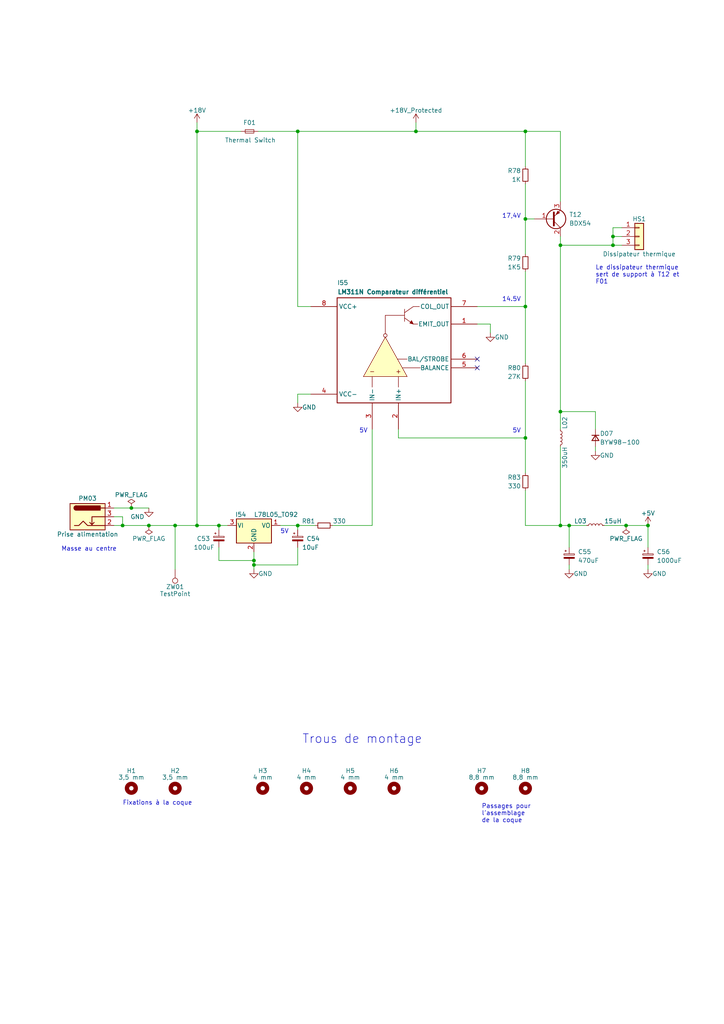
<source format=kicad_sch>
(kicad_sch (version 20230121) (generator eeschema)
  (paper "A4" portrait)
  (title_block (title "Conversion du Thomson MO5 — Unité centrale v1") (date "2024-12-30") (rev "v1.0.0-rc1") (comment 1 "http://github.com/sporniket/kicad-conversions--thomson-mo5--v1") (comment 3 "Gate Array Motorola MCA 1300 ALS") (comment 4 "Reference : POP5001 501994-01"))
  (lib_symbols
    (symbol "+18V_Protected_1" (power) (pin_names (offset 0))
      (property "Value" "+18V_Protected_1" (at 0 3.556 0))
      (symbol "+18V_Protected_1_0_1"
        (polyline (pts (xy -0.762 1.27) (xy 0 2.54)))
        (polyline (pts (xy 0 0) (xy 0 2.54)))
        (polyline (pts (xy 0 2.54) (xy 0.762 1.27)))
      )
      (symbol "+18V_Protected_1_1_1"
        (pin power_in line (at 0 0 90) (length 0) hide (name "+18V_Protected") (number "1"))
      )
    )
    (symbol "Connector:Barrel_Jack_Switch" (pin_names hide)
      (property "Reference" "J" (at 0 5.334 0))
      (property "Value" "Barrel_Jack_Switch" (at 0 -5.08 0))
      (symbol "Barrel_Jack_Switch_0_1"
        (rectangle (start -5.08 3.81) (end 5.08 -3.81) (stroke (width 0.254)) (fill (type background)))
        (arc (start -3.302 3.175) (mid -3.9343 2.54) (end -3.302 1.905) (stroke (width 0.254)))
        (arc (start -3.302 3.175) (mid -3.9343 2.54) (end -3.302 1.905) (stroke (width 0.254)) (fill (type outline)))
        (polyline (pts (xy 1.27 -2.286) (xy 1.905 -1.651)) (stroke (width 0.254)))
        (polyline (pts (xy 5.08 2.54) (xy 3.81 2.54)) (stroke (width 0.254)))
        (polyline (pts (xy 5.08 0) (xy 1.27 0) (xy 1.27 -2.286) (xy 0.635 -1.651)) (stroke (width 0.254)))
        (polyline (pts (xy -3.81 -2.54) (xy -2.54 -2.54) (xy -1.27 -1.27) (xy 0 -2.54) (xy 2.54 -2.54) (xy 5.08 -2.54)) (stroke (width 0.254)))
        (rectangle (start 3.683 3.175) (end -3.302 1.905) (stroke (width 0.254)) (fill (type outline)))
      )
      (symbol "Barrel_Jack_Switch_1_1"
        (pin passive line (at 7.62 2.54 180) (length 2.54) (name "~") (number "1"))
        (pin passive line (at 7.62 -2.54 180) (length 2.54) (name "~") (number "2"))
        (pin passive line (at 7.62 0 180) (length 2.54) (name "~") (number "3"))
      )
    )
    (symbol "Connector:TestPoint" (pin_numbers hide) (pin_names (offset 0.762) hide)
      (property "Reference" "TP" (at 0 6.858 0))
      (property "Value" "TestPoint" (at 0 5.08 0))
      (symbol "TestPoint_0_1"
        (circle (center 0 3.302) (radius 0.762))
      )
      (symbol "TestPoint_1_1"
        (pin passive line (at 0 0 90) (length 2.54) (name "1") (number "1"))
      )
    )
    (symbol "Connector_Generic:Conn_01x03" (pin_names (offset 1.016) hide)
      (property "Reference" "J" (at 0 5.08 0))
      (property "Value" "Conn_01x03" (at 0 -5.08 0))
      (symbol "Conn_01x03_1_1"
        (rectangle (start -1.27 -2.413) (end 0 -2.667) (stroke (width 0.1524)))
        (rectangle (start -1.27 0.127) (end 0 -0.127) (stroke (width 0.1524)))
        (rectangle (start -1.27 2.667) (end 0 2.413) (stroke (width 0.1524)))
        (rectangle (start -1.27 3.81) (end 1.27 -3.81) (stroke (width 0.254)) (fill (type background)))
        (pin passive line (at -5.08 2.54 0) (length 3.81) (name "Pin_1") (number "1"))
        (pin passive line (at -5.08 0 0) (length 3.81) (name "Pin_2") (number "2"))
        (pin passive line (at -5.08 -2.54 0) (length 3.81) (name "Pin_3") (number "3"))
      )
    )
    (symbol "Device:C_Polarized_Small" (pin_numbers hide) (pin_names (offset 0.254) hide)
      (property "Reference" "C" (at 0.254 1.778 0))
      (property "Value" "C_Polarized_Small" (at 0.254 -2.032 0))
      (symbol "C_Polarized_Small_0_1"
        (rectangle (start -1.524 -0.3048) (end 1.524 -0.6858) (fill (type outline)))
        (rectangle (start -1.524 0.6858) (end 1.524 0.3048))
        (polyline (pts (xy -1.27 1.524) (xy -0.762 1.524)))
        (polyline (pts (xy -1.016 1.27) (xy -1.016 1.778)))
      )
      (symbol "C_Polarized_Small_1_1"
        (pin passive line (at 0 2.54 270) (length 1.8542) (name "~") (number "1"))
        (pin passive line (at 0 -2.54 90) (length 1.8542) (name "~") (number "2"))
      )
    )
    (symbol "Device:D_Small" (pin_numbers hide) (pin_names (offset 0.254) hide)
      (property "Reference" "D" (at -1.27 2.032 0))
      (property "Value" "D_Small" (at -3.81 -2.032 0))
      (symbol "D_Small_0_1"
        (polyline (pts (xy -0.762 -1.016) (xy -0.762 1.016)) (stroke (width 0.254)))
        (polyline (pts (xy -0.762 0) (xy 0.762 0)))
        (polyline (pts (xy 0.762 -1.016) (xy -0.762 0) (xy 0.762 1.016) (xy 0.762 -1.016)) (stroke (width 0.254)))
      )
      (symbol "D_Small_1_1"
        (pin passive line (at -2.54 0 0) (length 1.778) (name "K") (number "1"))
        (pin passive line (at 2.54 0 180) (length 1.778) (name "A") (number "2"))
      )
    )
    (symbol "Device:Fuse_Small" (pin_numbers hide) (pin_names (offset 0.254) hide)
      (property "Reference" "F" (at 0 -1.524 0))
      (property "Value" "Fuse_Small" (at 0 1.524 0))
      (symbol "Fuse_Small_0_1"
        (rectangle (start -1.27 0.508) (end 1.27 -0.508))
        (polyline (pts (xy -1.27 0) (xy 1.27 0)))
      )
      (symbol "Fuse_Small_1_1"
        (pin passive line (at -2.54 0 0) (length 1.27) (name "~") (number "1"))
        (pin passive line (at 2.54 0 180) (length 1.27) (name "~") (number "2"))
      )
    )
    (symbol "Device:L_Small" (pin_numbers hide) (pin_names (offset 0.254) hide)
      (property "Reference" "L" (at 0.762 1.016 0))
      (property "Value" "L_Small" (at 0.762 -1.016 0))
      (symbol "L_Small_0_1"
        (arc (start 0 -2.032) (mid 0.5058 -1.524) (end 0 -1.016))
        (arc (start 0 -1.016) (mid 0.5058 -0.508) (end 0 0))
        (arc (start 0 0) (mid 0.5058 0.508) (end 0 1.016))
        (arc (start 0 1.016) (mid 0.5058 1.524) (end 0 2.032))
      )
      (symbol "L_Small_1_1"
        (pin passive line (at 0 2.54 270) (length 0.508) (name "~") (number "1"))
        (pin passive line (at 0 -2.54 90) (length 0.508) (name "~") (number "2"))
      )
    )
    (symbol "Device:Q_PNP_BCE" (pin_names (offset 0) hide)
      (property "Reference" "Q" (at 5.08 1.27 0))
      (property "Value" "Q_PNP_BCE" (at 5.08 -1.27 0))
      (symbol "Q_PNP_BCE_0_1"
        (polyline (pts (xy 0.635 0.635) (xy 2.54 2.54)))
        (polyline (pts (xy 0.635 -0.635) (xy 2.54 -2.54) (xy 2.54 -2.54)))
        (polyline (pts (xy 0.635 1.905) (xy 0.635 -1.905) (xy 0.635 -1.905)) (stroke (width 0.508)))
        (polyline (pts (xy 2.286 -1.778) (xy 1.778 -2.286) (xy 1.27 -1.27) (xy 2.286 -1.778) (xy 2.286 -1.778)) (fill (type outline)))
        (circle (center 1.27 0) (radius 2.8194) (stroke (width 0.254)))
      )
      (symbol "Q_PNP_BCE_1_1"
        (pin input line (at -5.08 0 0) (length 5.715) (name "B") (number "1"))
        (pin passive line (at 2.54 5.08 270) (length 2.54) (name "C") (number "2"))
        (pin passive line (at 2.54 -5.08 90) (length 2.54) (name "E") (number "3"))
      )
    )
    (symbol "Device:R_Small" (pin_numbers hide) (pin_names (offset 0.254) hide)
      (property "Reference" "R" (at 0.762 0.508 0))
      (property "Value" "R_Small" (at 0.762 -1.016 0))
      (symbol "R_Small_0_1"
        (rectangle (start -0.762 1.778) (end 0.762 -1.778) (stroke (width 0.2032)))
      )
      (symbol "R_Small_1_1"
        (pin passive line (at 0 2.54 270) (length 0.762) (name "~") (number "1"))
        (pin passive line (at 0 -2.54 90) (length 0.762) (name "~") (number "2"))
      )
    )
    (symbol "Mechanical:MountingHole" (pin_names (offset 1.016))
      (property "Reference" "H" (at 0 5.08 0))
      (property "Value" "MountingHole" (at 0 3.175 0))
      (symbol "MountingHole_0_1"
        (circle (center 0 0) (radius 1.27) (stroke (width 1.27)))
      )
    )
    (symbol "Regulator_Linear:L78L05_TO92" (pin_names (offset 0.254))
      (property "Reference" "U" (at -3.81 3.175 0))
      (property "Value" "L78L05_TO92" (at 0 3.175 0))
      (symbol "L78L05_TO92_0_1"
        (rectangle (start -5.08 -5.08) (end 5.08 1.905) (stroke (width 0.254)) (fill (type background)))
      )
      (symbol "L78L05_TO92_1_1"
        (pin power_out line (at 7.62 0 180) (length 2.54) (name "VO") (number "1"))
        (pin power_in line (at 0 -7.62 90) (length 2.54) (name "GND") (number "2"))
        (pin power_in line (at -7.62 0 0) (length 2.54) (name "VI") (number "3"))
      )
    )
    (symbol "opamp:LM311-Minus-Plus-Out"
      (property "Reference" "U" (at 0 3.302 0))
      (property "Value" "LM311N Comparateur différentiel" (at 0 0.762 0))
      (symbol "LM311-Minus-Plus-Out_1_1"
        (polyline (pts (xy 10.16 -25.908) (xy 10.16 -22.86)))
        (polyline (pts (xy 17.78 -25.908) (xy 17.78 -22.86)))
        (polyline (pts (xy 19.558 -3.302) (xy 19.558 -6.858)))
        (polyline (pts (xy 20.32 -17.78) (xy 17.526 -17.78)))
        (polyline (pts (xy 24.13 -20.32) (xy 19.05 -20.32)))
        (polyline (pts (xy 13.97 -10.414) (xy 13.97 -5.08) (xy 19.558 -5.08)))
        (polyline (pts (xy 23.368 -7.62) (xy 22.098 -7.62) (xy 19.558 -5.842)))
        (polyline (pts (xy 23.876 -2.54) (xy 22.098 -2.54) (xy 19.558 -4.318)))
        (polyline (pts (xy 13.97 -11.43) (xy 7.62 -22.86) (xy 20.32 -22.86) (xy 13.97 -11.43)) (fill (type background)))
        (polyline (pts (xy 22.098 -7.62) (xy 21.59 -6.604) (xy 21.082 -7.366) (xy 22.098 -7.62)) (fill (type outline)))
        (rectangle (start 0 0) (end 33.02 -30.48) (stroke (width 0.254)))
        (circle (center 13.97 -10.922) (radius 0.508))
        (text "+" (at 17.78 -21.336 0) (effects (font (size 1.27 1.27))))
        (text "-" (at 10.16 -21.336 0) (effects (font (size 1.27 1.27))))
        (pin output line (at 40.64 -7.62 180) (length 7.62) (name "EMIT_OUT") (number "1"))
        (pin input line (at 17.78 -38.1 90) (length 7.62) (name "IN+") (number "2"))
        (pin input line (at 10.16 -38.1 90) (length 7.62) (name "IN-") (number "3"))
        (pin power_in line (at -7.62 -27.94 0) (length 7.62) (name "VCC-") (number "4"))
        (pin input line (at 40.64 -20.32 180) (length 7.62) (name "BALANCE") (number "5"))
        (pin input line (at 40.64 -17.78 180) (length 7.62) (name "BAL/STROBE") (number "6"))
        (pin output line (at 40.64 -2.54 180) (length 7.62) (name "COL_OUT") (number "7"))
        (pin power_in line (at -7.62 -2.54 0) (length 7.62) (name "VCC+") (number "8"))
      )
    )
    (symbol "power-custom:+18V" (power) (pin_names (offset 0))
      (property "Value" "+18V" (at 0 3.556 0))
      (symbol "+18V_0_1"
        (polyline (pts (xy -0.762 1.27) (xy 0 2.54)))
        (polyline (pts (xy 0 0) (xy 0 2.54)))
        (polyline (pts (xy 0 2.54) (xy 0.762 1.27)))
      )
      (symbol "+18V_1_1"
        (pin power_in line (at 0 0 90) (length 0) hide (name "+18V") (number "1"))
      )
    )
    (symbol "power:+5V" (power) (pin_names (offset 0))
      (property "Value" "+5V" (at 0 3.556 0))
      (symbol "+5V_0_1"
        (polyline (pts (xy -0.762 1.27) (xy 0 2.54)))
        (polyline (pts (xy 0 0) (xy 0 2.54)))
        (polyline (pts (xy 0 2.54) (xy 0.762 1.27)))
      )
      (symbol "+5V_1_1"
        (pin power_in line (at 0 0 90) (length 0) hide (name "+5V") (number "1"))
      )
    )
    (symbol "power:GND" (power) (pin_names (offset 0))
      (property "Value" "GND" (at 0 -3.81 0))
      (symbol "GND_0_1"
        (polyline (pts (xy 0 0) (xy 0 -1.27) (xy 1.27 -1.27) (xy 0 -2.54) (xy -1.27 -1.27) (xy 0 -1.27)))
      )
      (symbol "GND_1_1"
        (pin power_in line (at 0 0 270) (length 0) hide (name "GND") (number "1"))
      )
    )
    (symbol "power:PWR_FLAG" (power) (pin_numbers hide) (pin_names (offset 0) hide)
      (property "Value" "PWR_FLAG" (at 0 3.81 0))
      (symbol "PWR_FLAG_0_0"
        (pin power_out line (at 0 0 90) (length 0) (name "pwr") (number "1"))
      )
      (symbol "PWR_FLAG_0_1"
        (polyline (pts (xy 0 0) (xy 0 1.27) (xy -1.016 1.905) (xy 0 2.54) (xy 1.016 1.905) (xy 0 1.27)))
      )
    )
  )
  (junction (at 38.1 147.32))
  (junction (at 181.61 152.4))
  (junction (at 162.56 71.12))
  (junction (at 63.5 152.4))
  (junction (at 57.15 38.1))
  (junction (at 177.8 71.12))
  (junction (at 165.1 152.4))
  (junction (at 57.15 152.4))
  (junction (at 73.66 162.56))
  (junction (at 162.56 119.38))
  (junction (at 177.8 68.58))
  (junction (at 187.96 152.4))
  (junction (at 152.4 88.9))
  (junction (at 120.65 38.1))
  (junction (at 162.56 152.4))
  (junction (at 152.4 63.5))
  (junction (at 43.18 152.4))
  (junction (at 152.4 38.1))
  (junction (at 86.36 38.1))
  (junction (at 50.8 152.4))
  (junction (at 35.56 152.4))
  (junction (at 152.4 127))
  (junction (at 73.66 163.83))
  (junction (at 86.36 152.4))
  (no_connect (at 138.43 106.68))
  (no_connect (at 138.43 104.14))
  (wire (pts (xy 180.34 68.58) (xy 177.8 68.58)))
  (wire (pts (xy 165.1 152.4) (xy 165.1 158.75)))
  (wire (pts (xy 74.93 38.1) (xy 86.36 38.1)))
  (wire (pts (xy 152.4 142.24) (xy 152.4 152.4)))
  (wire (pts (xy 33.02 147.32) (xy 38.1 147.32)))
  (wire (pts (xy 162.56 68.58) (xy 162.56 71.12)))
  (wire (pts (xy 187.96 163.83) (xy 187.96 165.1)))
  (wire (pts (xy 165.1 152.4) (xy 170.18 152.4)))
  (wire (pts (xy 181.61 152.4) (xy 187.96 152.4)))
  (wire (pts (xy 57.15 38.1) (xy 69.85 38.1)))
  (wire (pts (xy 86.36 38.1) (xy 120.65 38.1)))
  (wire (pts (xy 177.8 71.12) (xy 180.34 71.12)))
  (wire (pts (xy 152.4 110.49) (xy 152.4 127)))
  (wire (pts (xy 43.18 152.4) (xy 50.8 152.4)))
  (wire (pts (xy 162.56 71.12) (xy 177.8 71.12)))
  (wire (pts (xy 162.56 38.1) (xy 152.4 38.1)))
  (wire (pts (xy 152.4 38.1) (xy 152.4 48.26)))
  (wire (pts (xy 142.24 93.98) (xy 142.24 96.52)))
  (wire (pts (xy 152.4 63.5) (xy 154.94 63.5)))
  (wire (pts (xy 177.8 66.04) (xy 177.8 68.58)))
  (wire (pts (xy 162.56 119.38) (xy 172.72 119.38)))
  (wire (pts (xy 162.56 129.54) (xy 162.56 152.4)))
  (wire (pts (xy 187.96 152.4) (xy 187.96 158.75)))
  (wire (pts (xy 57.15 152.4) (xy 63.5 152.4)))
  (wire (pts (xy 162.56 58.42) (xy 162.56 38.1)))
  (wire (pts (xy 86.36 152.4) (xy 86.36 153.67)))
  (wire (pts (xy 35.56 152.4) (xy 43.18 152.4)))
  (wire (pts (xy 175.26 152.4) (xy 181.61 152.4)))
  (wire (pts (xy 63.5 162.56) (xy 73.66 162.56)))
  (wire (pts (xy 73.66 163.83) (xy 86.36 163.83)))
  (wire (pts (xy 172.72 124.46) (xy 172.72 119.38)))
  (wire (pts (xy 115.57 124.46) (xy 115.57 127)))
  (wire (pts (xy 33.02 152.4) (xy 35.56 152.4)))
  (wire (pts (xy 63.5 153.67) (xy 63.5 152.4)))
  (wire (pts (xy 63.5 152.4) (xy 66.04 152.4)))
  (wire (pts (xy 73.66 163.83) (xy 73.66 165.1)))
  (wire (pts (xy 115.57 127) (xy 152.4 127)))
  (wire (pts (xy 73.66 162.56) (xy 73.66 163.83)))
  (wire (pts (xy 162.56 152.4) (xy 165.1 152.4)))
  (wire (pts (xy 86.36 88.9) (xy 90.17 88.9)))
  (wire (pts (xy 138.43 88.9) (xy 152.4 88.9)))
  (wire (pts (xy 180.34 66.04) (xy 177.8 66.04)))
  (wire (pts (xy 73.66 160.02) (xy 73.66 162.56)))
  (wire (pts (xy 86.36 114.3) (xy 90.17 114.3)))
  (wire (pts (xy 50.8 152.4) (xy 57.15 152.4)))
  (wire (pts (xy 86.36 116.84) (xy 86.36 114.3)))
  (wire (pts (xy 96.52 152.4) (xy 107.95 152.4)))
  (wire (pts (xy 107.95 124.46) (xy 107.95 152.4)))
  (wire (pts (xy 33.02 149.86) (xy 35.56 149.86)))
  (wire (pts (xy 38.1 147.32) (xy 43.18 147.32)))
  (wire (pts (xy 172.72 129.54) (xy 172.72 130.81)))
  (wire (pts (xy 162.56 71.12) (xy 162.56 119.38)))
  (wire (pts (xy 162.56 119.38) (xy 162.56 124.46)))
  (wire (pts (xy 50.8 152.4) (xy 50.8 165.1)))
  (wire (pts (xy 63.5 158.75) (xy 63.5 162.56)))
  (wire (pts (xy 138.43 93.98) (xy 142.24 93.98)))
  (wire (pts (xy 152.4 88.9) (xy 152.4 105.41)))
  (wire (pts (xy 165.1 163.83) (xy 165.1 165.1)))
  (wire (pts (xy 86.36 38.1) (xy 86.36 88.9)))
  (wire (pts (xy 152.4 63.5) (xy 152.4 73.66)))
  (wire (pts (xy 81.28 152.4) (xy 86.36 152.4)))
  (wire (pts (xy 120.65 35.56) (xy 120.65 38.1)))
  (wire (pts (xy 86.36 152.4) (xy 91.44 152.4)))
  (wire (pts (xy 57.15 38.1) (xy 57.15 152.4)))
  (wire (pts (xy 152.4 53.34) (xy 152.4 63.5)))
  (wire (pts (xy 120.65 38.1) (xy 152.4 38.1)))
  (wire (pts (xy 86.36 158.75) (xy 86.36 163.83)))
  (wire (pts (xy 152.4 78.74) (xy 152.4 88.9)))
  (wire (pts (xy 152.4 127) (xy 152.4 137.16)))
  (wire (pts (xy 152.4 152.4) (xy 162.56 152.4)))
  (wire (pts (xy 57.15 35.56) (xy 57.15 38.1)))
  (wire (pts (xy 35.56 149.86) (xy 35.56 152.4)))
  (wire (pts (xy 177.8 68.58) (xy 177.8 71.12)))
  (text "Masse au centre" (at 17.78 160.02 0) (effects (font (size 1.27 1.27)) (justify left bottom)))
  (text "Le dissipateur thermique \nsert de support à T12 et \nF01" (at 172.72 82.55 0) (effects (font (size 1.27 1.27)) (justify left bottom)))
  (text "Trous de montage" (at 87.63 215.9 0) (effects (font (size 2.54 2.54)) (justify left bottom)))
  (text "17,4V" (at 151.13 63.5 0) (effects (font (size 1.27 1.27)) (justify right bottom)))
  (text "14.5V" (at 151.13 87.63 0) (effects (font (size 1.27 1.27)) (justify right bottom)))
  (text "Fixations à la coque" (at 35.56 233.68 0) (effects (font (size 1.27 1.27)) (justify left bottom)))
  (text "5V" (at 81.28 154.94 0) (effects (font (size 1.27 1.27)) (justify left bottom)))
  (text "5V" (at 106.68 125.73 0) (effects (font (size 1.27 1.27)) (justify right bottom)))
  (text "Passages pour \nl'assemblage \nde la coque" (at 139.7 238.76 0) (effects (font (size 1.27 1.27)) (justify left bottom)))
  (text "5V" (at 151.13 125.73 0) (effects (font (size 1.27 1.27)) (justify right bottom)))
  (symbol (lib_name "+18V_Protected_1") (lib_id "power-custom:+18V_Protected") (at 120.65 35.56 0) (unit 1)
    (property "Reference" "#PWR04" (effects hide))
    (property "Value" "+18V_Protected" (at 120.65 32.004 0))
  )
  (symbol (lib_id "Mechanical:MountingHole") (at 101.6 228.6 0) (unit 1)
    (property "Reference" "H5" (at 101.6 223.52 0))
    (property "Value" "4 mm" (at 101.6 225.425 0))
    (property "Footprint" "mounting-holes-mo5:MountingHole_4mm_limited_courtyard" (effects hide))
  )
  (symbol (lib_id "power:GND") (at 73.66 165.1 0) (unit 1)
    (property "Reference" "#PWR0287" (effects hide))
    (property "Value" "GND" (at 74.93 166.37 0) (effects (justify left)))
  )
  (symbol (lib_id "Device:L_Small") (at 172.72 152.4 90) (unit 1)
    (property "Reference" "L03" (at 170.18 151.13 90) (effects (justify left)))
    (property "Value" "15uH" (at 175.26 151.13 90) (effects (justify right)))
    (property "Footprint" "thomson-moto-passives:Passive_THT_ferrite_core_inductor_L5.08mm" (effects hide))
  )
  (symbol (lib_id "Device:C_Polarized_Small") (at 187.96 161.29 0) (unit 1)
    (property "Reference" "C56" (at 190.5 160.02 0) (effects (justify left)))
    (property "Value" "1000uF" (at 190.5 162.56 0) (effects (justify left)))
    (property "Footprint" "Capacitor_THT:CP_Radial_D13.0mm_P5.00mm" (effects hide))
  )
  (symbol (lib_id "Connector:TestPoint") (at 50.8 165.1 180) (unit 1)
    (property "Reference" "ZW01" (at 50.8 170.18 0))
    (property "Value" "TestPoint" (at 50.8 172.212 0))
    (property "Footprint" "Connector_PinHeader_2.54mm:PinHeader_1x01_P2.54mm_Vertical" (effects hide))
  )
  (symbol (lib_id "Device:C_Polarized_Small") (at 165.1 161.29 0) (unit 1)
    (property "Reference" "C55" (at 167.64 160.02 0) (effects (justify left)))
    (property "Value" "470uF" (at 167.64 162.56 0) (effects (justify left)))
    (property "Footprint" "Capacitor_THT:CP_Radial_D10.0mm_P5.00mm" (effects hide))
  )
  (symbol (lib_id "power-custom:+18V") (at 57.15 35.56 0) (unit 1)
    (property "Reference" "#PWR0286" (effects hide))
    (property "Value" "+18V" (at 57.15 32.004 0))
  )
  (symbol (lib_id "Device:R_Small") (at 93.98 152.4 90) (unit 1)
    (property "Reference" "R81" (at 91.44 151.13 90) (effects (justify left)))
    (property "Value" "330" (at 96.52 151.13 90) (effects (justify right)))
    (property "Footprint" "commons-passives_THT:Passive_THT_resistor_EU_W2.54mm_L12.70mm" (effects hide))
  )
  (symbol (lib_id "Device:R_Small") (at 152.4 107.95 0) (unit 1)
    (property "Reference" "R80" (at 151.13 106.68 0) (effects (justify right)))
    (property "Value" "27K" (at 151.13 109.22 0) (effects (justify right)))
    (property "Footprint" "commons-passives_THT:Passive_THT_resistor_EU_W2.54mm_L12.70mm" (effects hide))
  )
  (symbol (lib_id "Mechanical:MountingHole") (at 114.3 228.6 0) (unit 1)
    (property "Reference" "H6" (at 114.3 223.52 0))
    (property "Value" "4 mm" (at 114.3 225.425 0))
    (property "Footprint" "mounting-holes-mo5:MountingHole_4mm_limited_courtyard" (effects hide))
  )
  (symbol (lib_id "Device:C_Polarized_Small") (at 63.5 156.21 0) (unit 1)
    (property "Reference" "C53" (at 60.96 156.21 0) (effects (justify right)))
    (property "Value" "100uF" (at 62.23 158.75 0) (effects (justify right)))
    (property "Footprint" "commons-passives_THT:Passive_THT_capacitor_polarized_EU_W2.54mm_L5.08mm" (effects hide))
  )
  (symbol (lib_id "Device:R_Small") (at 152.4 76.2 0) (unit 1)
    (property "Reference" "R79" (at 151.13 74.93 0) (effects (justify right)))
    (property "Value" "1K5" (at 151.13 77.47 0) (effects (justify right)))
    (property "Footprint" "commons-passives_THT:Passive_THT_resistor_EU_W2.54mm_L12.70mm" (effects hide))
  )
  (symbol (lib_id "opamp:LM311-Minus-Plus-Out") (at 97.79 86.36 0) (unit 1)
    (property "Reference" "I55" (at 97.79 81.28 0) (effects (justify left top)))
    (property "Value" "LM311N Comparateur différentiel" (at 97.79 83.82 0) (effects (font bold) (justify left top)))
    (property "Footprint" "Package_DIP:DIP-8_W7.62mm_LongPads" (effects hide))
    (property "Datasheet" "https://www.ti.com/lit/ds/symlink/lm211.pdf" (effects hide))
  )
  (symbol (lib_id "Mechanical:MountingHole") (at 139.7 228.6 0) (unit 1)
    (property "Reference" "H7" (at 139.7 223.52 0))
    (property "Value" "8,8 mm" (at 139.7 225.425 0))
    (property "Footprint" "mounting-holes-mo5:MountingHole_8.8mm_limited_courtyard" (effects hide))
  )
  (symbol (lib_id "power:+5V") (at 187.96 152.4 0) (unit 1)
    (property "Reference" "#PWR0289" (effects hide))
    (property "Value" "+5V" (at 187.96 148.844 0))
  )
  (symbol (lib_id "Device:D_Small") (at 172.72 127 270) (unit 1)
    (property "Reference" "D07" (at 173.99 125.73 90) (effects (justify left)))
    (property "Value" "BYW98-100" (at 173.99 128.27 90) (effects (justify left)))
    (property "Footprint" "commons-passives_THT:Passive_THT_diode_power_W5.715mm_L17.78mm" (effects hide))
  )
  (symbol (lib_id "Device:R_Small") (at 152.4 50.8 0) (unit 1)
    (property "Reference" "R78" (at 151.13 49.53 0) (effects (justify right)))
    (property "Value" "1K" (at 151.13 52.07 0) (effects (justify right)))
    (property "Footprint" "commons-passives_THT:Passive_THT_resistor_EU_W2.54mm_L12.70mm" (effects hide))
  )
  (symbol (lib_id "power:PWR_FLAG") (at 181.61 152.4 180) (unit 1)
    (property "Reference" "#FLG0101" (effects hide))
    (property "Value" "PWR_FLAG" (at 181.61 156.21 0))
  )
  (symbol (lib_id "Mechanical:MountingHole") (at 76.2 228.6 0) (unit 1)
    (property "Reference" "H3" (at 76.2 223.52 0))
    (property "Value" "4 mm" (at 76.2 225.425 0))
    (property "Footprint" "mounting-holes-mo5:MountingHole_4mm_limited_courtyard" (effects hide))
  )
  (symbol (lib_id "Device:C_Polarized_Small") (at 86.36 156.21 0) (unit 1)
    (property "Reference" "C54" (at 88.9 156.21 0) (effects (justify left)))
    (property "Value" "10uF" (at 87.63 158.75 0) (effects (justify left)))
    (property "Footprint" "commons-passives_THT:Passive_THT_capacitor_polarized_EU_W2.54mm_L5.08mm" (effects hide))
  )
  (symbol (lib_id "power:GND") (at 43.18 147.32 0) (unit 1)
    (property "Reference" "#PWR0288" (effects hide))
    (property "Value" "GND" (at 41.91 149.86 0) (effects (justify right)))
  )
  (symbol (lib_id "Connector:Barrel_Jack_Switch") (at 25.4 149.86 0) (unit 1)
    (property "Reference" "PM03" (at 25.4 144.526 0))
    (property "Value" "Prise alimentation" (at 25.4 154.94 0))
    (property "Footprint" "Connector_BarrelJack:BarrelJack_Horizontal" (effects hide))
  )
  (symbol (lib_id "Device:R_Small") (at 152.4 139.7 0) (unit 1)
    (property "Reference" "R83" (at 151.13 138.43 0) (effects (justify right)))
    (property "Value" "330" (at 151.13 140.97 0) (effects (justify right)))
    (property "Footprint" "commons-passives_THT:Passive_THT_resistor_EU_W2.54mm_L12.70mm" (effects hide))
  )
  (symbol (lib_id "Mechanical:MountingHole") (at 88.9 228.6 0) (unit 1)
    (property "Reference" "H4" (at 88.9 223.52 0))
    (property "Value" "4 mm" (at 88.9 225.425 0))
    (property "Footprint" "mounting-holes-mo5:MountingHole_4mm_limited_courtyard" (effects hide))
  )
  (symbol (lib_id "power:GND") (at 165.1 165.1 0) (unit 1)
    (property "Reference" "#PWR0291" (effects hide))
    (property "Value" "GND" (at 166.37 166.37 0) (effects (justify left)))
  )
  (symbol (lib_id "power:PWR_FLAG") (at 38.1 147.32 0) (unit 1)
    (property "Reference" "#FLG0102" (effects hide))
    (property "Value" "PWR_FLAG" (at 38.1 143.51 0))
  )
  (symbol (lib_id "Mechanical:MountingHole") (at 152.4 228.6 0) (unit 1)
    (property "Reference" "H8" (at 152.4 223.52 0))
    (property "Value" "8,8 mm" (at 152.4 225.425 0))
    (property "Footprint" "mounting-holes-mo5:MountingHole_8.8mm_limited_courtyard" (effects hide))
  )
  (symbol (lib_id "Regulator_Linear:L78L05_TO92") (at 73.66 152.4 0) (unit 1)
    (property "Reference" "I54" (at 69.85 149.225 0))
    (property "Value" "L78L05_TO92" (at 73.66 149.225 0) (effects (justify left)))
    (property "Footprint" "Package_TO_SOT_THT:TO-92_Inline_Wide" (effects hide))
    (property "Datasheet" "http://www.st.com/content/ccc/resource/technical/document/datasheet/15/55/e5/aa/23/5b/43/fd/CD00000446.pdf/files/CD00000446.pdf/jcr:content/translations/en.CD00000446.pdf" (effects hide))
  )
  (symbol (lib_id "power:GND") (at 86.36 116.84 0) (unit 1)
    (property "Reference" "#PWR06" (effects hide))
    (property "Value" "GND" (at 87.63 118.11 0) (effects (justify left)))
  )
  (symbol (lib_id "Device:Fuse_Small") (at 72.39 38.1 0) (unit 1)
    (property "Reference" "F01" (at 72.39 35.56 0))
    (property "Value" "Thermal Switch" (at 80.01 40.64 0) (effects (justify right)))
    (property "Footprint" "thomson-moto-passives:Passive_THT_thermal_switch_L5.08mm" (effects hide))
  )
  (symbol (lib_id "power:GND") (at 187.96 165.1 0) (unit 1)
    (property "Reference" "#PWR0290" (effects hide))
    (property "Value" "GND" (at 189.23 166.37 0) (effects (justify left)))
  )
  (symbol (lib_id "power:PWR_FLAG") (at 43.18 152.4 180) (unit 1)
    (property "Reference" "#FLG0103" (effects hide))
    (property "Value" "PWR_FLAG" (at 43.18 156.21 0))
  )
  (symbol (lib_id "Device:L_Small") (at 162.56 127 0) (unit 1)
    (property "Reference" "L02" (at 163.83 124.46 90) (effects (justify left)))
    (property "Value" "350uH" (at 163.83 129.54 90) (effects (justify right)))
    (property "Footprint" "thomson-moto-passives:Passive_THT_ferrite_core_inductor_L10.16mm" (effects hide))
  )
  (symbol (lib_id "power:GND") (at 142.24 96.52 0) (unit 1)
    (property "Reference" "#PWR03" (effects hide))
    (property "Value" "GND" (at 143.51 97.79 0) (effects (justify left)))
  )
  (symbol (lib_id "Mechanical:MountingHole") (at 38.1 228.6 0) (unit 1)
    (property "Reference" "H1" (at 38.1 223.52 0))
    (property "Value" "3,5 mm" (at 38.1 225.425 0))
    (property "Footprint" "mounting-holes-mo5:MountingHole_3.5mm_limited_courtyard" (effects hide))
  )
  (symbol (lib_id "Mechanical:MountingHole") (at 50.8 228.6 0) (unit 1)
    (property "Reference" "H2" (at 50.8 223.52 0))
    (property "Value" "3,5 mm" (at 50.8 225.425 0))
    (property "Footprint" "mounting-holes-mo5:MountingHole_3.5mm_limited_courtyard" (effects hide))
  )
  (symbol (lib_id "Device:Q_PNP_BCE") (at 160.02 63.5 0) (mirror x) (unit 1)
    (property "Reference" "T12" (at 165.1 62.23 0) (effects (justify left)))
    (property "Value" "BDX54" (at 165.1 64.77 0) (effects (justify left)))
    (property "Footprint" "Package_TO_SOT_THT:TO-220-3_Vertical" (effects hide))
  )
  (symbol (lib_id "power:GND") (at 172.72 130.81 0) (unit 1)
    (property "Reference" "#PWR0284" (effects hide))
    (property "Value" "GND" (at 173.99 132.08 0) (effects (justify left)))
  )
  (symbol (lib_id "Connector_Generic:Conn_01x03") (at 185.42 68.58 0) (unit 1)
    (property "Reference" "HS1" (at 185.42 63.5 0))
    (property "Value" "Dissipateur thermique" (at 185.42 73.66 0))
    (property "Footprint" "thomson-moto-passives:Passive_THT_heatsink__power_mosfet_and_thermal_switch" (effects hide))
  )
)
</source>
